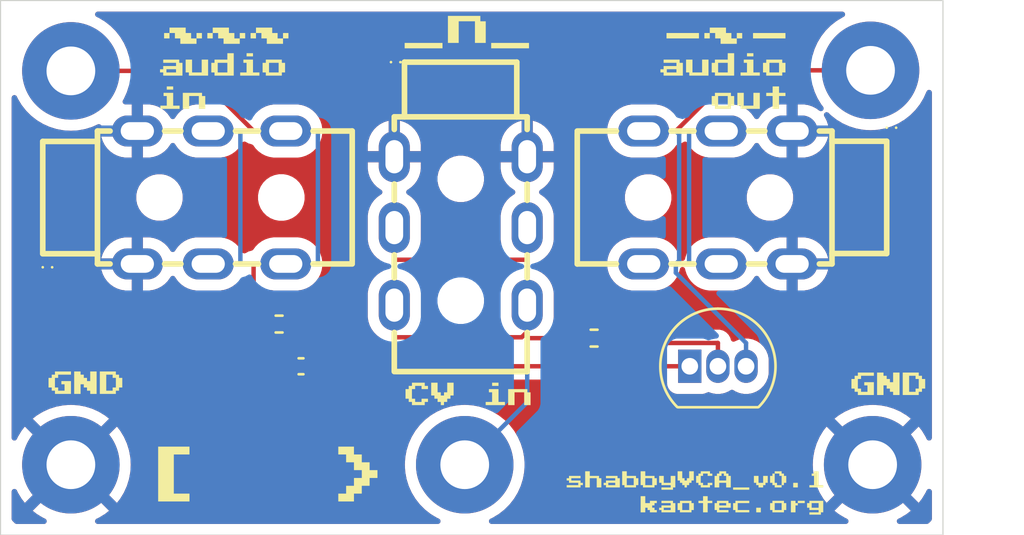
<source format=kicad_pcb>
(kicad_pcb (version 20240108) (generator "pcbnew") (generator_version "8.0")
  (layers (0 "F.Cu" signal) (31 "B.Cu" signal) (34 "B.Paste" user) (35 "F.Paste" user) (36 "B.SilkS" user "B.Silkscreen") (37 "F.SilkS" user "F.Silkscreen") (38 "B.Mask" user) (39 "F.Mask" user) (44 "Edge.Cuts" user))
  (net 0 "")
  (net 1 "GND")
  (net 2 "Net-(C1-Pad1)")
  (net 3 "Net-(Q1-C)")
  (net 4 "Net-(H1-Pad1)")
  (net 5 "Net-(H2-Pad1)")
  (net 6 "Net-(Q1-E)")
  (net 7 "Net-(Q1-B)")
  (net 8 "unconnected-(U1-Pad2)")
  (net 9 "unconnected-(U2-Pad2)")
  (net 10 "unconnected-(U3-Pad2)")
  (footprint "Resistor_SMD:R_0402_1005Metric" (layer "F.Cu") (at 98.3 84.455)
    (property "Reference" "R1" (hide yes))
    (property "Value" "1K")
    (pad "1" smd roundrect (at -0.51 0) (size 0.54 0.64) (layers "F.Cu" "F.Paste" "F.Mask") (net 4 "Net-(H1-Pad1)"))
    (pad "2" smd roundrect (at 0.51 0) (size 0.54 0.64) (layers "F.Cu" "F.Paste" "F.Mask") (net 2 "Net-(C1-Pad1)"))
  )
  (footprint "MountingHole:MountingHole_2.2mm_M2_Pad_TopBottom" (layer "F.Cu") (at 88.9 90.805)
    (property "Reference" "H5" (hide yes))
    (property "Value" "MountingHole_Pad" (hide yes))
    (pad "1" thru_hole circle (at 0 0) (size 2.6 2.6) (drill 2.2) (layers "*.Cu" "*.Mask") (net 1 "GND"))
    (pad "1" connect circle (at 0 0) (size 4.4 4.4) (layers "F.Cu" "F.Mask") (net 1 "GND"))
    (pad "1" connect circle (at 0 0) (size 4.4 4.4) (layers "B.Cu" "B.Mask") (net 1 "GND"))
  )
  (footprint "MountingHole:MountingHole_2.2mm_M2_Pad_TopBottom" (layer "F.Cu") (at 88.9 73.025)
    (property "Reference" "H1" (hide yes))
    (property "Value" "MountingHole_Pad" (hide yes))
    (pad "1" thru_hole circle (at 0 0) (size 2.6 2.6) (drill 2.2) (layers "*.Cu" "*.Mask") (net 4 "Net-(H1-Pad1)"))
    (pad "1" connect circle (at 0 0) (size 4.4 4.4) (layers "F.Cu" "F.Mask") (net 4 "Net-(H1-Pad1)"))
    (pad "1" connect circle (at 0 0) (size 4.4 4.4) (layers "B.Cu" "B.Mask") (net 4 "Net-(H1-Pad1)"))
  )
  (footprint "Package_TO_SOT_THT:TO-92_Inline" (layer "F.Cu") (at 116.84 86.36)
    (property "Reference" "Q1" (hide yes))
    (property "Value" "BC549")
    (pad "1" thru_hole rect (at 0 0) (size 1.05 1.5) (drill 0.75) (layers "*.Cu" "*.Mask") (net 3 "Net-(Q1-C)"))
    (pad "2" thru_hole oval (at 1.27 0) (size 1.05 1.5) (drill 0.75) (layers "*.Cu" "*.Mask") (net 7 "Net-(Q1-B)"))
    (pad "3" thru_hole oval (at 2.54 0) (size 1.05 1.5) (drill 0.75) (layers "*.Cu" "*.Mask") (net 6 "Net-(Q1-E)"))
  )
  (footprint "MountingHole:MountingHole_2.2mm_M2_Pad_TopBottom" (layer "F.Cu") (at 125.095 90.805)
    (property "Reference" "H4" (hide yes))
    (property "Value" "MountingHole_Pad" (hide yes))
    (pad "1" thru_hole circle (at 0 0) (size 2.6 2.6) (drill 2.2) (layers "*.Cu" "*.Mask") (net 1 "GND"))
    (pad "1" connect circle (at 0 0) (size 4.4 4.4) (layers "F.Cu" "F.Mask") (net 1 "GND"))
    (pad "1" connect circle (at 0 0) (size 4.4 4.4) (layers "B.Cu" "B.Mask") (net 1 "GND"))
  )
  (footprint "Resistor_SMD:R_0402_1005Metric" (layer "F.Cu") (at 112.52 85.09)
    (property "Reference" "R2" (hide yes))
    (property "Value" "100K")
    (pad "1" smd roundrect (at -0.51 0) (size 0.54 0.64) (layers "F.Cu" "F.Paste" "F.Mask") (net 5 "Net-(H2-Pad1)"))
    (pad "2" smd roundrect (at 0.51 0) (size 0.54 0.64) (layers "F.Cu" "F.Paste" "F.Mask") (net 7 "Net-(Q1-B)"))
  )
  (footprint "JLC2KiCad_lib:AUDIO-TH_PJ-313B" (layer "F.Cu") (at 118.11 78.74 180)
    (property "Reference" "U3" (hide yes))
    (property "Value" "Out" (hide yes))
    (pad "" np_thru_hole circle (at -2.350013 0 180) (size 1.6 1.6) (drill 1.6) (layers "*.Cu" "*.Mask"))
    (pad "" np_thru_hole circle (at 3.14986 0 180) (size 1.6 1.6) (drill 1.6) (layers "*.Cu" "*.Mask"))
    (pad "1" thru_hole oval (at -3.350013 -3 180) (size 2.3 1.4) (drill oval 1.5 0.8) (layers "*.Cu" "*.Mask") (net 1 "GND"))
    (pad "1" thru_hole oval (at -3.350013 3 180) (size 2.3 1.4) (drill oval 1.5 0.8) (layers "*.Cu" "*.Mask") (net 1 "GND"))
    (pad "2" thru_hole oval (at -0.150114 -3 180) (size 2.3 1.4) (drill oval 1.5 0.8) (layers "*.Cu" "*.Mask") (net 10 "unconnected-(U3-Pad2)"))
    (pad "2" thru_hole oval (at -0.150114 3 180) (size 2.3 1.4) (drill oval 1.5 0.8) (layers "*.Cu" "*.Mask") (net 10 "unconnected-(U3-Pad2)"))
    (pad "3" thru_hole oval (at 3.350013 -3 180) (size 2.3 1.4) (drill oval 1.5 0.8) (layers "*.Cu" "*.Mask") (net 6 "Net-(Q1-E)"))
    (pad "3" thru_hole oval (at 3.350013 3 180) (size 2.3 1.4) (drill oval 1.5 0.8) (layers "*.Cu" "*.Mask") (net 6 "Net-(Q1-E)"))
  )
  (footprint "Capacitor_SMD:C_0402_1005Metric" (layer "F.Cu") (at 99.29 86.36)
    (property "Reference" "C1" (hide yes))
    (property "Value" "100nF")
    (pad "1" smd roundrect (at -0.48 0) (size 0.56 0.62) (layers "F.Cu" "F.Paste" "F.Mask") (net 2 "Net-(C1-Pad1)"))
    (pad "2" smd roundrect (at 0.48 0) (size 0.56 0.62) (layers "F.Cu" "F.Paste" "F.Mask") (net 3 "Net-(Q1-C)"))
  )
  (footprint "MountingHole:MountingHole_2.2mm_M2_Pad_TopBottom" (layer "F.Cu") (at 125 73)
    (property "Reference" "H3" (hide yes))
    (property "Value" "MountingHole_Pad")
    (pad "1" thru_hole circle (at 0 0) (size 2.6 2.6) (drill 2.2) (layers "*.Cu" "*.Mask") (net 6 "Net-(Q1-E)"))
    (pad "1" connect circle (at 0 0) (size 4.4 4.4) (layers "F.Cu" "F.Mask") (net 6 "Net-(Q1-E)"))
    (pad "1" connect circle (at 0 0) (size 4.4 4.4) (layers "B.Cu" "B.Mask") (net 6 "Net-(Q1-E)"))
  )
  (footprint "JLC2KiCad_lib:AUDIO-TH_PJ-313B" (layer "F.Cu") (at 106.5 80.25 -90)
    (property "Reference" "U2" (hide yes))
    (property "Value" "CVin")
    (pad "" np_thru_hole circle (at -2.350013 0 270) (size 1.6 1.6) (drill 1.6) (layers "*.Cu" "*.Mask"))
    (pad "" np_thru_hole circle (at 3.14986 0 270) (size 1.6 1.6) (drill 1.6) (layers "*.Cu" "*.Mask"))
    (pad "1" thru_hole oval (at -3.350013 -3 270) (size 2.3 1.4) (drill oval 1.5 0.8) (layers "*.Cu" "*.Mask") (net 1 "GND"))
    (pad "1" thru_hole oval (at -3.350013 3 270) (size 2.3 1.4) (drill oval 1.5 0.8) (layers "*.Cu" "*.Mask") (net 1 "GND"))
    (pad "2" thru_hole oval (at -0.150114 -3 270) (size 2.3 1.4) (drill oval 1.5 0.8) (layers "*.Cu" "*.Mask") (net 9 "unconnected-(U2-Pad2)"))
    (pad "2" thru_hole oval (at -0.150114 3 270) (size 2.3 1.4) (drill oval 1.5 0.8) (layers "*.Cu" "*.Mask") (net 9 "unconnected-(U2-Pad2)"))
    (pad "3" thru_hole oval (at 3.350013 -3 270) (size 2.3 1.4) (drill oval 1.5 0.8) (layers "*.Cu" "*.Mask") (net 5 "Net-(H2-Pad1)"))
    (pad "3" thru_hole oval (at 3.350013 3 270) (size 2.3 1.4) (drill oval 1.5 0.8) (layers "*.Cu" "*.Mask") (net 5 "Net-(H2-Pad1)"))
  )
  (footprint "JLC2KiCad_lib:AUDIO-TH_PJ-313B" (layer "F.Cu") (at 95.2501 78.74)
    (property "Reference" "U1" (hide yes))
    (property "Value" "AUDIOin" (hide yes))
    (pad "" np_thru_hole circle (at -2.350013 0) (size 1.6 1.6) (drill 1.6) (layers "*.Cu" "*.Mask"))
    (pad "" np_thru_hole circle (at 3.14986 0) (size 1.6 1.6) (drill 1.6) (layers "*.Cu" "*.Mask"))
    (pad "1" thru_hole oval (at -3.350013 -3) (size 2.3 1.4) (drill oval 1.5 0.8) (layers "*.Cu" "*.Mask") (net 1 "GND"))
    (pad "1" thru_hole oval (at -3.350013 3) (size 2.3 1.4) (drill oval 1.5 0.8) (layers "*.Cu" "*.Mask") (net 1 "GND"))
    (pad "2" thru_hole oval (at -0.150114 -3) (size 2.3 1.4) (drill oval 1.5 0.8) (layers "*.Cu" "*.Mask") (net 8 "unconnected-(U1-Pad2)"))
    (pad "2" thru_hole oval (at -0.150114 3) (size 2.3 1.4) (drill oval 1.5 0.8) (layers "*.Cu" "*.Mask") (net 8 "unconnected-(U1-Pad2)"))
    (pad "3" thru_hole oval (at 3.350013 -3) (size 2.3 1.4) (drill oval 1.5 0.8) (layers "*.Cu" "*.Mask") (net 4 "Net-(H1-Pad1)"))
    (pad "3" thru_hole oval (at 3.350013 3) (size 2.3 1.4) (drill oval 1.5 0.8) (layers "*.Cu" "*.Mask") (net 4 "Net-(H1-Pad1)"))
  )
  (footprint "MountingHole:MountingHole_2.2mm_M2_Pad_TopBottom" (layer "F.Cu") (at 106.68 90.805)
    (property "Reference" "H2" (hide yes))
    (property "Value" "MountingHole_Pad" (hide yes))
    (pad "1" thru_hole circle (at 0 0) (size 2.6 2.6) (drill 2.2) (layers "*.Cu" "*.Mask") (net 5 "Net-(H2-Pad1)"))
    (pad "1" connect circle (at 0 0) (size 4.4 4.4) (layers "F.Cu" "F.Mask") (net 5 "Net-(H2-Pad1)"))
    (pad "1" connect circle (at 0 0) (size 4.4 4.4) (layers "B.Cu" "B.Mask") (net 5 "Net-(H2-Pad1)"))
  )
  (footprint "kaotec:logosmall" (layer "F.Cu") (at 97.374287 92.641793)
    (property "Reference" "REF**" (hide yes))
    (property "Value" "logosmall" (hide yes))
    (fp_poly (pts (xy -0.645 -0.178566) (xy -2.059288 -0.178566) (xy -2.059288 -0.532132) (xy -1.352147 -0.532132) (xy -1.352147 -2.29998) (xy -2.059288 -2.29998) (xy -2.059288 -2.653566) (xy -0.645 -2.653566)) (stroke (width -0.000001)) (fill solid) (layer "F.Cu"))
    (fp_poly (pts (xy 2.537139 -2.3) (xy 2.183568 -2.3) (xy 2.183568 -1.946435) (xy 1.829997 -1.946435) (xy 1.829997 -1.592869) (xy 1.476427 -1.592869) (xy 1.476427 -1.239303) (xy 1.829997 -1.239303) (xy 1.829997 -0.885738) (xy 2.183568 -0.885738) (xy 2.183568 -0.532172) (xy 2.537139 -0.532172) (xy 2.537139 -0.178606) (xy 1.829997 -0.178606) (xy 1.829997 -0.532172) (xy 1.476427 -0.532172) (xy 1.476427 -0.885738) (xy 1.122856 -0.885738) (xy 1.122856 -1.239303) (xy 0.769285 -1.239303) (xy 0.769285 -1.592869) (xy 1.122856 -1.592869) (xy 1.122856 -1.946435) (xy 1.476427 -1.946435) (xy 1.476427 -2.3) (xy 1.829997 -2.3) (xy 1.829997 -2.653566) (xy 2.537139 -2.653566)) (stroke (width -0.000001)) (fill solid) (layer "F.Cu"))
  )
  (gr_poly (pts (xy 117.75214 91.204341) (xy 117.85648 91.204341) (xy 117.85648 91.308681) (xy 117.647782 91.308681) (xy 117.647782 91.204341) (xy 117.439099 91.204341) (xy 117.439099 91.308681) (xy 117.334759 91.308681) (xy 117.334759 91.621713) (xy 117.439099 91.621713) (xy 117.439099 91.726053) (xy 117.647786 91.726053) (xy 117.647786 91.621713) (xy 117.856472 91.621713) (xy 117.856472 91.726053) (xy 117.752133 91.726053) (xy 117.752133 91.830392) (xy 117.334755 91.830392) (xy 117.334755 91.726053) (xy 117.230416 91.726053) (xy 117.230416 91.621713) (xy 117.126076 91.621713) (xy 117.126076 91.308681) (xy 117.230416 91.308681) (xy 117.230416 91.204341) (xy 117.334755 91.204341) (xy 117.334759 91.152171) (xy 117.334759 91.100002) (xy 117.75214 91.100002)) (stroke (width -0.000001)) (fill solid) (layer "F.SilkS"))
  (gr_poly (pts (xy 118.482548 91.204341) (xy 118.586888 91.204341) (xy 118.586888 91.308681) (xy 118.691227 91.308681) (xy 118.691227 91.830402) (xy 118.482544 91.830402) (xy 118.482544 91.621713) (xy 118.16951 91.621713) (xy 118.16951 91.830402) (xy 117.96082 91.830402) (xy 117.96082 91.308685) (xy 118.169525 91.308685) (xy 118.169525 91.517373) (xy 118.48256 91.517373) (xy 118.48256 91.308685) (xy 118.37822 91.308685) (xy 118.378205 91.256515) (xy 118.378205 91.204345) (xy 118.273865 91.204345) (xy 118.273865 91.308685) (xy 118.169525 91.308685) (xy 117.96082 91.308685) (xy 117.96082 91.308681) (xy 118.065159 91.308681) (xy 118.065159 91.204341) (xy 118.169499 91.204341) (xy 118.169514 91.152171) (xy 118.169514 91.100002) (xy 118.482548 91.100002)) (stroke (width -0.000001)) (fill solid) (layer "F.SilkS"))
  (gr_poly (pts (xy 109.508004 87.535461) (xy 109.652764 87.535461) (xy 109.652764 88.114477) (xy 109.363257 88.114477) (xy 109.363257 87.535461) (xy 108.928995 87.535461) (xy 108.928995 88.114477) (xy 108.639487 88.114477) (xy 108.639481 87.752584) (xy 108.639481 87.390701) (xy 109.508004 87.390701)) (stroke (width -0.000001)) (fill solid) (layer "F.SilkS"))
  (gr_poly (pts (xy 94.82126 74.160265) (xy 94.96602 74.160265) (xy 94.96602 74.739279) (xy 94.676505 74.739279) (xy 94.676505 74.160264) (xy 94.242244 74.160264) (xy 94.242244 74.739279) (xy 93.952735 74.739279) (xy 93.952737 74.377395) (xy 93.952737 74.01551) (xy 94.82126 74.01551)) (stroke (width -0.000001)) (fill solid) (layer "F.SilkS"))
  (gr_poly (pts (xy 97.988826 71.315323) (xy 98.232886 71.315323) (xy 98.232886 71.559385) (xy 98.476948 71.559385) (xy 98.476948 71.315323) (xy 98.721009 71.315323) (xy 98.721009 71.559385) (xy 98.47695 71.559385) (xy 98.47695 71.803448) (xy 97.744764 71.803448) (xy 97.744764 71.559385) (xy 97.500701 71.559385) (xy 97.500701 71.315323) (xy 97.256639 71.315323) (xy 97.256639 71.07126) (xy 97.988826 71.07126)) (stroke (width -0.000001)) (fill solid) (layer "F.SilkS"))
  (gr_poly (pts (xy 116.961342 73.095177) (xy 117.395604 73.095177) (xy 117.395604 72.516162) (xy 117.685109 72.516162) (xy 117.685109 73.23993) (xy 116.816586 73.23993) (xy 116.816586 73.095177) (xy 116.671826 73.095177) (xy 116.671837 72.805669) (xy 116.671837 72.516162) (xy 116.961342 72.516162)) (stroke (width -0.000001)) (fill solid) (layer "F.SilkS"))
  (gr_poly (pts (xy 116.082619 92.537391) (xy 116.186959 92.537391) (xy 116.186959 92.954768) (xy 115.560891 92.954768) (xy 115.560891 92.850429) (xy 115.456551 92.850429) (xy 115.456551 92.850425) (xy 115.665242 92.850425) (xy 115.978276 92.850425) (xy 115.978276 92.746085) (xy 115.665242 92.746085) (xy 115.665242 92.850425) (xy 115.456551 92.850425) (xy 115.456551 92.746089) (xy 115.560891 92.746089) (xy 115.560891 92.64175) (xy 115.978272 92.64175) (xy 115.978272 92.53741) (xy 115.560891 92.53741) (xy 115.560898 92.485221) (xy 115.560898 92.433051) (xy 116.082619 92.433051)) (stroke (width -0.000001)) (fill solid) (layer "F.SilkS"))
  (gr_poly (pts (xy 103.776001 72.60066) (xy 103.777479 72.600769) (xy 103.778944 72.600951) (xy 103.780394 72.601204) (xy 103.781826 72.601527) (xy 103.783239 72.601919) (xy 103.784629 72.602379) (xy 103.785994 72.602906) (xy 103.787332 72.603499) (xy 103.788641 72.604157) (xy 103.789916 72.604878) (xy 103.791158 72.605663) (xy 103.792362 72.606509) (xy 103.793526 72.607416) (xy 103.794649 72.608383) (xy 103.795727 72.609409) (xy 103.796753 72.610487) (xy 103.79772 72.61161) (xy 103.798627 72.612774) (xy 103.799474 72.613978) (xy 103.800258 72.61522) (xy 103.80098 72.616496) (xy 103.801638 72.617804) (xy 103.802231 72.619142) (xy 103.802758 72.620507) (xy 103.803218 72.621898) (xy 103.80361 72.62331) (xy 103.803933 72.624743) (xy 103.804186 72.626193) (xy 103.804367 72.627658) (xy 103.804477 72.629135) (xy 103.804514 72.630623) (xy 103.804477 72.63211) (xy 103.804367 72.633588) (xy 103.804186 72.635053) (xy 103.803933 72.636503) (xy 103.80361 72.637935) (xy 103.803218 72.639348) (xy 103.802758 72.640738) (xy 103.802231 72.642103) (xy 103.801638 72.643441) (xy 103.80098 72.64475) (xy 103.800258 72.646026) (xy 103.799474 72.647267) (xy 103.798627 72.648471) (xy 103.79772 72.649636) (xy 103.796753 72.650758) (xy 103.795727 72.651836) (xy 103.794649 72.652862) (xy 103.793526 72.653829) (xy 103.792362 72.654736) (xy 103.791158 72.655583) (xy 103.789916 72.656367) (xy 103.788641 72.657089) (xy 103.787332 72.657747) (xy 103.785994 72.658339) (xy 103.784629 72.658866) (xy 103.783239 72.659326) (xy 103.781826 72.659718) (xy 103.780394 72.660041) (xy 103.778944 72.660294) (xy 103.777479 72.660476) (xy 103.776001 72.660586) (xy 103.774514 72.660623) (xy 103.773026 72.660586) (xy 103.771548 72.660476) (xy 103.770083 72.660294) (xy 103.768633 72.660041) (xy 103.767201 72.659718) (xy 103.765788 72.659326) (xy 103.764398 72.658866) (xy 103.763033 72.658339) (xy 103.761695 72.657747) (xy 103.760387 72.657089) (xy 103.759111 72.656367) (xy 103.757869 72.655583) (xy 103.756665 72.654736) (xy 103.755501 72.653829) (xy 103.754378 72.652862) (xy 103.7533 72.651836) (xy 103.752274 72.650758) (xy 103.751307 72.649636) (xy 103.7504 72.648471) (xy 103.749553 72.647267) (xy 103.748769 72.646026) (xy 103.748047 72.64475) (xy 103.747389 72.643441) (xy 103.746796 72.642103) (xy 103.74627 72.640738) (xy 103.74581 72.639348) (xy 103.745418 72.637935) (xy 103.745095 72.636503) (xy 103.744842 72.635053) (xy 103.74466 72.633588) (xy 103.74455 72.63211) (xy 103.744513 72.630623) (xy 103.74455 72.629135) (xy 103.74466 72.627658) (xy 103.744842 72.626193) (xy 103.745095 72.624743) (xy 103.745418 72.62331) (xy 103.74581 72.621898) (xy 103.74627 72.620507) (xy 103.746796 72.619142) (xy 103.747389 72.617804) (xy 103.748047 72.616496) (xy 103.748769 72.61522) (xy 103.749553 72.613978) (xy 103.7504 72.612774) (xy 103.751307 72.61161) (xy 103.752274 72.610487) (xy 103.7533 72.609409) (xy 103.754378 72.608383) (xy 103.755501 72.607416) (xy 103.756665 72.606509) (xy 103.757869 72.605663) (xy 103.759111 72.604878) (xy 103.760387 72.604157) (xy 103.761695 72.603499) (xy 103.763033 72.602906) (xy 103.764398 72.602379) (xy 103.765788 72.601919) (xy 103.767201 72.601527) (xy 103.768633 72.601204) (xy 103.770083 72.600951) (xy 103.771548 72.600769) (xy 103.773026 72.60066) (xy 103.774514 72.600623)) (stroke (width 0.059999)) (fill solid) (layer "F.SilkS"))
  (gr_poly (pts (xy 116.917374 92.537391) (xy 117.021714 92.537391) (xy 117.021714 92.850425) (xy 116.917374 92.850425) (xy 116.917374 92.954765) (xy 116.395653 92.954765) (xy 116.395653 92.850427) (xy 116.499997 92.850427) (xy 116.813031 92.850427) (xy 116.813031 92.537393) (xy 116.499997 92.537393) (xy 116.499997 92.850427) (xy 116.395653 92.850427) (xy 116.395653 92.850425) (xy 116.291313 92.850425) (xy 116.291313 92.537391) (xy 116.395653 92.537391) (xy 116.395653 92.433051) (xy 116.917374 92.433051)) (stroke (width -0.000001)) (fill solid) (layer "F.SilkS"))
  (gr_poly (pts (xy 117.2542 71.559385) (xy 115.789826 71.559385) (xy 115.789826 71.315323) (xy 117.2542 71.315323)) (stroke (width -0.000001)) (fill solid) (layer "F.SilkS"))
  (gr_poly (pts (xy 116.5 91.413032) (xy 116.60434 91.413032) (xy 116.60434 91.517371) (xy 116.70868 91.517371) (xy 116.70868 91.413032) (xy 116.813019 91.413032) (xy 116.813019 91.1) (xy 117.021706 91.1) (xy 117.021706 91.517377) (xy 116.917366 91.517377) (xy 116.917366 91.621717) (xy 116.813027 91.621717) (xy 116.813027 91.726056) (xy 116.708687 91.726056) (xy 116.708687 91.830396) (xy 116.604348 91.830396) (xy 116.604348 91.726056) (xy 116.500008 91.726056) (xy 116.500008 91.621717) (xy 116.395668 91.621717) (xy 116.395668 91.517377) (xy 116.291329 91.517377) (xy 116.291313 91.308688) (xy 116.291313 91.1) (xy 116.5 91.1)) (stroke (width -0.000001)) (fill solid) (layer "F.SilkS"))
  (gr_poly (pts (xy 96.768514 71.559385) (xy 96.524452 71.559385) (xy 96.524452 71.315323) (xy 96.768514 71.315323)) (stroke (width -0.000001)) (fill solid) (layer "F.SilkS"))
  (gr_poly (pts (xy 95.304139 71.559385) (xy 95.060076 71.559385) (xy 95.060076 71.315323) (xy 95.304139 71.315323)) (stroke (width -0.000001)) (fill solid) (layer "F.SilkS"))
  (gr_poly (pts (xy 93.518476 73.870757) (xy 93.228967 73.870757) (xy 93.228967 73.726003) (xy 93.518476 73.726003)) (stroke (width -0.000001)) (fill solid) (layer "F.SilkS"))
  (gr_poly (pts (xy 112.326218 91.308688) (xy 112.743595 91.308688) (xy 112.743595 91.413028) (xy 112.847935 91.413028) (xy 112.847935 91.830406) (xy 112.639246 91.830406) (xy 112.639246 91.413028) (xy 112.326212 91.413028) (xy 112.326212 91.830406) (xy 112.117529 91.830406) (xy 112.117529 91.1) (xy 112.326218 91.1)) (stroke (width -0.000001)) (fill solid) (layer "F.SilkS"))
  (gr_poly (pts (xy 119.525997 91.934753) (xy 118.795582 91.934753) (xy 118.795582 91.830413) (xy 119.525997 91.830413)) (stroke (width -0.000001)) (fill solid) (layer "F.SilkS"))
  (gr_poly (pts (xy 97.121339 72.371408) (xy 96.831832 72.371408) (xy 96.831832 72.226654) (xy 97.121339 72.226654)) (stroke (width -0.000001)) (fill solid) (layer "F.SilkS"))
  (gr_poly (pts (xy 107.385149 70.786156) (xy 107.629214 70.786156) (xy 107.629214 71.762406) (xy 107.141089 71.762406) (xy 107.141089 70.786156) (xy 106.4089 70.786156) (xy 106.4089 71.762406) (xy 105.920775 71.762406) (xy 105.920775 70.542094) (xy 107.385149 70.542094)) (stroke (width -0.000001)) (fill solid) (layer "F.SilkS"))
  (gr_poly (pts (xy 121.717228 91.830409) (xy 121.508541 91.830409) (xy 121.508541 91.621721) (xy 121.717228 91.621721)) (stroke (width -0.000001)) (fill solid) (layer "F.SilkS"))
  (gr_poly (pts (xy 118.474514 71.315323) (xy 118.718579 71.315323) (xy 118.718579 71.559385) (xy 118.962639 71.559385) (xy 118.962639 71.803448) (xy 118.23045 71.803448) (xy 118.23045 71.559385) (xy 117.986389 71.559385) (xy 117.986389 71.315323) (xy 117.742329 71.315323) (xy 117.742325 71.193292) (xy 117.742325 71.07126) (xy 118.474514 71.07126)) (stroke (width -0.000001)) (fill solid) (layer "F.SilkS"))
  (gr_poly (pts (xy 121.091153 92.537391) (xy 121.195492 92.537391) (xy 121.195492 92.850425) (xy 121.091153 92.850425) (xy 121.091153 92.954765) (xy 120.569432 92.954765) (xy 120.569432 92.850427) (xy 120.673775 92.850427) (xy 120.986809 92.850427) (xy 120.986809 92.537393) (xy 120.673775 92.537393) (xy 120.673775 92.850427) (xy 120.569432 92.850427) (xy 120.569432 92.850425) (xy 120.465092 92.850425) (xy 120.465092 92.537391) (xy 120.569432 92.537391) (xy 120.569432 92.433051) (xy 121.091153 92.433051)) (stroke (width -0.000001)) (fill solid) (layer "F.SilkS"))
  (gr_poly (pts (xy 93.792003 72.660915) (xy 93.936763 72.660915) (xy 93.936763 73.23993) (xy 93.068239 73.23993) (xy 93.068239 73.095177) (xy 93.212987 73.095177) (xy 93.647249 73.095177) (xy 93.647249 72.950423) (xy 93.212987 72.950423) (xy 93.212987 73.095177) (xy 93.068239 73.095177) (xy 93.068239 73.095176) (xy 92.923478 73.095176) (xy 92.923478 72.950422) (xy 93.068239 72.950422) (xy 93.068239 72.805668) (xy 93.647254 72.805668) (xy 93.647254 72.660915) (xy 93.068239 72.660915) (xy 93.068233 72.588538) (xy 93.068233 72.516161) (xy 93.792003 72.516161)) (stroke (width -0.000001)) (fill solid) (layer "F.SilkS"))
  (gr_poly (pts (xy 125.150811 86.789157) (xy 124.571793 86.789157) (xy 124.571793 86.933917) (xy 124.427033 86.933917) (xy 124.427033 87.368179) (xy 124.571793 87.368179) (xy 124.571793 87.512939) (xy 124.861298 87.512939) (xy 124.861298 87.223432) (xy 124.716538 87.223432) (xy 124.716538 87.078672) (xy 125.150799 87.078672) (xy 125.150799 87.657687) (xy 124.427033 87.657687) (xy 124.427033 87.512927) (xy 124.282273 87.512927) (xy 124.282273 87.368167) (xy 124.137513 87.368167) (xy 124.137513 86.933906) (xy 124.282273 86.933906) (xy 124.282273 86.789146) (xy 124.427033 86.789146) (xy 124.42704 86.716777) (xy 124.42704 86.644397) (xy 125.150811 86.644397)) (stroke (width -0.000001)) (fill solid) (layer "F.SilkS"))
  (gr_poly (pts (xy 104.875885 87.245948) (xy 105.020645 87.245948) (xy 105.020645 87.390708) (xy 104.731139 87.390708) (xy 104.731139 87.245948) (xy 104.441624 87.245948) (xy 104.441624 87.390708) (xy 104.296864 87.390708) (xy 104.296864 87.82497) (xy 104.441624 87.82497) (xy 104.441624 87.96973) (xy 104.731133 87.96973) (xy 104.731133 87.82497) (xy 105.02064 87.82497) (xy 105.02064 87.96973) (xy 104.87588 87.96973) (xy 104.87588 88.11449) (xy 104.296864 88.11449) (xy 104.296864 87.96973) (xy 104.152104 87.96973) (xy 104.152104 87.82497) (xy 104.007344 87.82497) (xy 104.007344 87.390708) (xy 104.152104 87.390708) (xy 104.152104 87.245948) (xy 104.296864 87.245948) (xy 104.29687 87.173568) (xy 104.29687 87.101188) (xy 104.875885 87.101188)) (stroke (width -0.000001)) (fill solid) (layer "F.SilkS"))
  (gr_poly (pts (xy 114.830483 92.537393) (xy 115.03917 92.537393) (xy 115.03917 92.433053) (xy 115.352204 92.433053) (xy 115.352204 92.537393) (xy 115.247864 92.537393) (xy 115.247864 92.641733) (xy 115.143524 92.641733) (xy 115.143524 92.746072) (xy 115.247864 92.746072) (xy 115.247864 92.850412) (xy 115.352204 92.850412) (xy 115.352204 92.954751) (xy 115.03917 92.954751) (xy 115.03917 92.850412) (xy 114.93483 92.850412) (xy 114.93483 92.746072) (xy 114.83049 92.746072) (xy 114.83049 92.954761) (xy 114.621804 92.954761) (xy 114.621796 92.589567) (xy 114.621796 92.224361) (xy 114.830483 92.224361)) (stroke (width -0.000001)) (fill solid) (layer "F.SilkS"))
  (gr_poly (pts (xy 88.904255 86.739293) (xy 88.325239 86.739293) (xy 88.325239 86.884054) (xy 88.180485 86.884054) (xy 88.180485 87.318315) (xy 88.325239 87.318315) (xy 88.325239 87.463075) (xy 88.614747 87.463075) (xy 88.614747 87.173568) (xy 88.469992 87.173568) (xy 88.469992 87.028808) (xy 88.904254 87.028808) (xy 88.904254 87.607824) (xy 88.180486 87.607824) (xy 88.180486 87.463064) (xy 88.035731 87.463064) (xy 88.035731 87.318303) (xy 87.890977 87.318303) (xy 87.890977 86.884042) (xy 88.035731 86.884042) (xy 88.035731 86.739282) (xy 88.180486 86.739282) (xy 88.180486 86.594533) (xy 88.904255 86.594533)) (stroke (width -0.000001)) (fill solid) (layer "F.SilkS"))
  (gr_poly (pts (xy 121.01445 72.660915) (xy 121.159211 72.660915) (xy 121.159211 73.095177) (xy 121.01445 73.095177) (xy 121.01445 73.239931) (xy 120.29068 73.239931) (xy 120.29068 73.095177) (xy 120.435433 73.095177) (xy 120.869694 73.095177) (xy 120.869694 72.660915) (xy 120.435433 72.660915) (xy 120.435433 73.095177) (xy 120.29068 73.095177) (xy 120.14592 73.095177) (xy 120.14592 72.660915) (xy 120.29068 72.660915) (xy 120.29068 72.516162) (xy 121.01445 72.516162)) (stroke (width -0.000001)) (fill solid) (layer "F.SilkS"))
  (gr_poly (pts (xy 119.943371 91.621721) (xy 120.152058 91.621721) (xy 120.152058 91.308688) (xy 120.360745 91.308688) (xy 120.360745 91.621721) (xy 120.256405 91.621721) (xy 120.256405 91.72606) (xy 120.152066 91.72606) (xy 120.152066 91.8304) (xy 119.943379 91.8304) (xy 119.943379 91.72606) (xy 119.839039 91.72606) (xy 119.839039 91.621721) (xy 119.7347 91.621721) (xy 119.734684 91.465206) (xy 119.734684 91.308688) (xy 119.943371 91.308688)) (stroke (width -0.000001)) (fill solid) (layer "F.SilkS"))
  (gr_poly (pts (xy 94.816014 71.559385) (xy 94.571951 71.559385) (xy 94.571951 71.315323) (xy 94.816014 71.315323)) (stroke (width -0.000001)) (fill solid) (layer "F.SilkS"))
  (gr_poly (pts (xy 122.865013 92.954772) (xy 122.760674 92.954772) (xy 122.760674 93.059112) (xy 122.238953 93.059112) (xy 122.238953 92.954772) (xy 122.656334 92.954772) (xy 122.656334 92.850433) (xy 122.238953 92.850433) (xy 122.238953 92.746093) (xy 122.134613 92.746093) (xy 122.134613 92.746082) (xy 122.343289 92.746082) (xy 122.656323 92.746082) (xy 122.656323 92.537393) (xy 122.343289 92.537393) (xy 122.343289 92.746082) (xy 122.134613 92.746082) (xy 122.134613 92.537404) (xy 122.238953 92.537404) (xy 122.238945 92.485221) (xy 122.238945 92.433051) (xy 122.865013 92.433051)) (stroke (width -0.000001)) (fill solid) (layer "F.SilkS"))
  (gr_poly (pts (xy 121.159203 71.559385) (xy 119.694825 71.559385) (xy 119.694825 71.315323) (xy 121.159203 71.315323)) (stroke (width -0.000001)) (fill solid) (layer "F.SilkS"))
  (gr_poly (pts (xy 119.52599 92.537391) (xy 119.004269 92.537391) (xy 119.004269 92.850425) (xy 119.52599 92.850425) (xy 119.52599 92.954765) (xy 118.899922 92.954765) (xy 118.899922 92.850425) (xy 118.795582 92.850425) (xy 118.795582 92.537391) (xy 118.899922 92.537391) (xy 118.899922 92.433051) (xy 119.52599 92.433051)) (stroke (width -0.000001)) (fill solid) (layer "F.SilkS"))
  (gr_poly (pts (xy 125.585068 86.789161) (xy 125.729828 86.789161) (xy 125.729828 86.933921) (xy 125.874588 86.933921) (xy 125.874588 87.078681) (xy 126.019348 87.078681) (xy 126.019348 86.64442) (xy 126.308853 86.64442) (xy 126.308853 87.657695) (xy 126.019348 87.657695) (xy 126.019348 87.512935) (xy 125.874588 87.512935) (xy 125.874588 87.368175) (xy 125.729828 87.368175) (xy 125.729828 87.223415) (xy 125.585068 87.223415) (xy 125.585068 87.657676) (xy 125.295563 87.657676) (xy 125.295563 86.644401) (xy 125.585068 86.644401)) (stroke (width -0.000001)) (fill solid) (layer "F.SilkS"))
  (gr_poly (pts (xy 114.830483 91.308688) (xy 115.247864 91.308688) (xy 115.247864 91.413028) (xy 115.352204 91.413028) (xy 115.352204 91.726062) (xy 115.247864 91.726062) (xy 115.247864 91.830402) (xy 114.726143 91.830402) (xy 114.726143 91.726066) (xy 114.830487 91.726066) (xy 115.143521 91.726066) (xy 115.143521 91.413032) (xy 114.830487 91.413032) (xy 114.830487 91.726066) (xy 114.726143 91.726066) (xy 114.726143 91.726062) (xy 114.621804 91.726062) (xy 114.621796 91.413032) (xy 114.621796 91.1) (xy 114.830483 91.1)) (stroke (width -0.000001)) (fill solid) (layer "F.SilkS"))
  (gr_poly (pts (xy 117.647786 92.43305) (xy 117.856472 92.43305) (xy 117.856472 92.537389) (xy 117.647786 92.537389) (xy 117.647786 92.954767) (xy 117.439099 92.954767) (xy 117.439099 92.537389) (xy 117.230412 92.537389) (xy 117.230412 92.43305) (xy 117.439099 92.43305) (xy 117.439099 92.224361) (xy 117.647786 92.224361)) (stroke (width -0.000001)) (fill solid) (layer "F.SilkS"))
  (gr_poly (pts (xy 94.371019 73.095176) (xy 94.805278 73.095176) (xy 94.805278 72.516161) (xy 95.094787 72.516161) (xy 95.094787 73.23993) (xy 94.226264 73.23993) (xy 94.226264 73.095176) (xy 94.081504 73.095176) (xy 94.08151 72.805669) (xy 94.08151 72.516161) (xy 94.371019 72.516161)) (stroke (width -0.000001)) (fill solid) (layer "F.SilkS"))
  (gr_poly (pts (xy 118.586888 92.537391) (xy 118.691227 92.537391) (xy 118.691227 92.74608) (xy 118.169506 92.74608) (xy 118.169506 92.850419) (xy 118.586888 92.850419) (xy 118.586888 92.954759) (xy 118.065167 92.954759) (xy 118.065167 92.850419) (xy 117.960827 92.850419) (xy 117.960827 92.641736) (xy 118.16951 92.641736) (xy 118.482544 92.641736) (xy 118.482544 92.537397) (xy 118.16951 92.537397) (xy 118.16951 92.641736) (xy 117.960827 92.641736) (xy 117.960827 92.537385) (xy 118.065167 92.537385) (xy 118.065167 92.433051) (xy 118.586888 92.433051)) (stroke (width -0.000001)) (fill solid) (layer "F.SilkS"))
  (gr_poly (pts (xy 115.665242 91.621721) (xy 115.978276 91.621721) (xy 115.978276 91.308688) (xy 116.186962 91.308688) (xy 116.186962 91.830409) (xy 116.082623 91.830409) (xy 116.082623 91.934749) (xy 115.560902 91.934749) (xy 115.560902 91.830409) (xy 115.978283 91.830409) (xy 115.978283 91.72607) (xy 115.560902 91.72607) (xy 115.560902 91.62173) (xy 115.456562 91.62173) (xy 115.456555 91.465206) (xy 115.456555 91.308688) (xy 115.665242 91.308688)) (stroke (width -0.000001)) (fill solid) (layer "F.SilkS"))
  (gr_poly (pts (xy 122.656327 91.726068) (xy 122.865013 91.726068) (xy 122.865013 91.830407) (xy 122.238945 91.830407) (xy 122.238945 91.726068) (xy 122.447632 91.726068) (xy 122.447632 91.30869) (xy 122.343293 91.30869) (xy 122.343293 91.204351) (xy 122.447632 91.204351) (xy 122.44764 91.152171) (xy 122.44764 91.100002) (xy 122.656327 91.100002)) (stroke (width -0.000001)) (fill solid) (layer "F.SilkS"))
  (gr_poly (pts (xy 98.424122 72.660915) (xy 98.568882 72.660915) (xy 98.568882 73.095177) (xy 98.424122 73.095177) (xy 98.424122 73.23993) (xy 97.700353 73.23993) (xy 97.700353 73.095177) (xy 97.845107 73.095177) (xy 98.279368 73.095177) (xy 98.279368 72.660915) (xy 97.845107 72.660915) (xy 97.845107 73.095177) (xy 97.700353 73.095177) (xy 97.555593 73.095177) (xy 97.555593 72.660915) (xy 97.700353 72.660915) (xy 97.700353 72.516161) (xy 98.424122 72.516161)) (stroke (width -0.000001)) (fill solid) (layer "F.SilkS"))
  (gr_poly (pts (xy 120.86969 74.01551) (xy 121.159195 74.01551) (xy 121.159195 74.160265) (xy 120.869694 74.160265) (xy 120.869694 74.73928) (xy 120.580185 74.73928) (xy 120.580185 74.160265) (xy 120.29068 74.160265) (xy 120.29068 74.01551) (xy 120.580185 74.01551) (xy 120.580185 73.726003) (xy 120.86969 73.726003)) (stroke (width -0.000001)) (fill solid) (layer "F.SilkS"))
  (gr_poly (pts (xy 108.20522 87.969714) (xy 108.494727 87.969714) (xy 108.494727 88.114475) (xy 107.626204 88.114475) (xy 107.626204 87.969714) (xy 107.915711 87.969714) (xy 107.915711 87.535453) (xy 107.770951 87.535453) (xy 107.770958 87.463079) (xy 107.770958 87.390699) (xy 108.20522 87.390699)) (stroke (width -0.000001)) (fill solid) (layer "F.SilkS"))
  (gr_poly (pts (xy 93.351638 71.559385) (xy 93.107577 71.559385) (xy 93.107577 71.315323) (xy 93.351638 71.315323)) (stroke (width -0.000001)) (fill solid) (layer "F.SilkS"))
  (gr_poly (pts (xy 97.256638 71.559385) (xy 97.012576 71.559385) (xy 97.012576 71.315323) (xy 97.256638 71.315323)) (stroke (width -0.000001)) (fill solid) (layer "F.SilkS"))
  (gr_poly (pts (xy 94.083825 71.315323) (xy 94.327888 71.315323) (xy 94.327888 71.559385) (xy 94.571951 71.559385) (xy 94.571951 71.803448) (xy 93.839763 71.803448) (xy 93.839763 71.559385) (xy 93.595702 71.559385) (xy 93.595702 71.315323) (xy 93.351639 71.315323) (xy 93.351638 71.193292) (xy 93.351638 71.07126) (xy 94.083825 71.07126)) (stroke (width -0.000001)) (fill solid) (layer "F.SilkS"))
  (gr_poly (pts (xy 105.676714 72.006469) (xy 103.968275 72.006469) (xy 103.968275 71.762406) (xy 105.676714 71.762406)) (stroke (width -0.000001)) (fill solid) (layer "F.SilkS"))
  (gr_poly (pts (xy 90.930806 86.739299) (xy 91.075561 86.739299) (xy 91.075561 86.884059) (xy 91.220314 86.884059) (xy 91.220314 87.318321) (xy 91.07556 87.318321) (xy 91.07556 87.463081) (xy 90.930806 87.463081) (xy 90.930806 87.607841) (xy 90.207037 87.607841) (xy 90.207038 87.463054) (xy 90.496545 87.463054) (xy 90.786052 87.463054) (xy 90.786052 87.318294) (xy 90.930806 87.318294) (xy 90.930806 86.884033) (xy 90.786052 86.884033) (xy 90.786053 86.811666) (xy 90.786053 86.739286) (xy 90.496545 86.739286) (xy 90.496545 87.463054) (xy 90.207038 87.463054) (xy 90.207038 87.101175) (xy 90.207038 86.594539) (xy 90.930806 86.594539)) (stroke (width -0.000001)) (fill solid) (layer "F.SilkS"))
  (gr_poly (pts (xy 111.908839 91.41303) (xy 111.491461 91.41303) (xy 111.491461 91.51737) (xy 111.908839 91.51737) (xy 111.908839 91.621709) (xy 112.013178 91.621709) (xy 112.013178 91.726049) (xy 111.908839 91.726049) (xy 111.908839 91.830388) (xy 111.282772 91.830388) (xy 111.282772 91.726049) (xy 111.804495 91.726049) (xy 111.804495 91.621709) (xy 111.387118 91.621709) (xy 111.387118 91.51737) (xy 111.282778 91.51737) (xy 111.282778 91.41303) (xy 111.387118 91.41303) (xy 111.387118 91.30869) (xy 111.908839 91.30869)) (stroke (width -0.000001)) (fill solid) (layer "F.SilkS"))
  (gr_poly (pts (xy 105.454899 87.535453) (xy 105.599659 87.535453) (xy 105.599659 87.680213) (xy 105.744419 87.680213) (xy 105.744419 87.535453) (xy 105.88918 87.535453) (xy 105.88918 87.101192) (xy 106.178686 87.101192) (xy 106.178686 87.680208) (xy 106.033926 87.680208) (xy 106.033926 87.824968) (xy 105.889166 87.824968) (xy 105.889166 87.969728) (xy 105.744406 87.969728) (xy 105.744406 88.114488) (xy 105.599646 88.114488) (xy 105.599646 87.969728) (xy 105.454886 87.969728) (xy 105.454886 87.824968) (xy 105.310126 87.824968) (xy 105.310126 87.680208) (xy 105.165366 87.680208) (xy 105.165392 87.390699) (xy 105.165392 87.101192) (xy 105.454899 87.101192)) (stroke (width -0.000001)) (fill solid) (layer "F.SilkS"))
  (gr_poly (pts (xy 88.056058 81.860761) (xy 88.057582 81.860877) (xy 88.059083 81.861068) (xy 88.060561 81.861331) (xy 88.062012 81.861666) (xy 88.063436 81.862071) (xy 88.06483 81.862542) (xy 88.066192 81.863079) (xy 88.067521 81.86368) (xy 88.068815 81.864343) (xy 88.070071 81.865065) (xy 88.071288 81.865845) (xy 88.072465 81.866682) (xy 88.073598 81.867572) (xy 88.074687 81.868515) (xy 88.075728 81.869509) (xy 88.076722 81.870551) (xy 88.077665 81.871639) (xy 88.078555 81.872772) (xy 88.079392 81.873949) (xy 88.080172 81.875166) (xy 88.080895 81.876422) (xy 88.081557 81.877716) (xy 88.082158 81.879044) (xy 88.082695 81.880407) (xy 88.083167 81.881801) (xy 88.083571 81.883224) (xy 88.083906 81.884676) (xy 88.08417 81.886153) (xy 88.084361 81.887654) (xy 88.084476 81.889178) (xy 88.084515 81.890722) (xy 88.084476 81.892265) (xy 88.08436 81.893789) (xy 88.084169 81.89529) (xy 88.083906 81.896768) (xy 88.083571 81.898219) (xy 88.083166 81.899643) (xy 88.082695 81.901036) (xy 88.082158 81.902399) (xy 88.081557 81.903728) (xy 88.080894 81.905021) (xy 88.080172 81.906277) (xy 88.079392 81.907495) (xy 88.078555 81.908671) (xy 88.077665 81.909804) (xy 88.076722 81.910893) (xy 88.075729 81.911935) (xy 88.074687 81.912928) (xy 88.073598 81.913871) (xy 88.072465 81.914761) (xy 88.071289 81.915598) (xy 88.070071 81.916378) (xy 88.068815 81.917101) (xy 88.067522 81.917763) (xy 88.066193 81.918364) (xy 88.06483 81.918901) (xy 88.063436 81.919373) (xy 88.062013 81.919777) (xy 88.060561 81.920112) (xy 88.059084 81.920376) (xy 88.057583 81.920566) (xy 88.056059 81.920682) (xy 88.054515 81.920721) (xy 88.052971 81.920682) (xy 88.051448 81.920566) (xy 88.049946 81.920376) (xy 88.048469 81.920112) (xy 88.047017 81.919777) (xy 88.045594 81.919373) (xy 88.0442 81.918901) (xy 88.042837 81.918364) (xy 88.041508 81.917763) (xy 88.040215 81.917101) (xy 88.038958 81.916378) (xy 88.037741 81.915598) (xy 88.036565 81.914761) (xy 88.035432 81.913871) (xy 88.034343 81.912928) (xy 88.033301 81.911935) (xy 88.032308 81.910893) (xy 88.031365 81.909804) (xy 88.030474 81.908671) (xy 88.029638 81.907495) (xy 88.028857 81.906277) (xy 88.028135 81.905021) (xy 88.027472 81.903728) (xy 88.026872 81.902399) (xy 88.026334 81.901036) (xy 88.025863 81.899643) (xy 88.025459 81.898219) (xy 88.025124 81.896768) (xy 88.02486 81.89529) (xy 88.024669 81.893789) (xy 88.024553 81.892265) (xy 88.024514 81.890722) (xy 88.024553 81.889178) (xy 88.024669 81.887654) (xy 88.02486 81.886153) (xy 88.025124 81.884676) (xy 88.025459 81.883224) (xy 88.025863 81.881801) (xy 88.026334 81.880407) (xy 88.026872 81.879044) (xy 88.027472 81.877716) (xy 88.028135 81.876422) (xy 88.028857 81.875166) (xy 88.029638 81.873949) (xy 88.030474 81.872772) (xy 88.031365 81.871639) (xy 88.032308 81.870551) (xy 88.033301 81.869509) (xy 88.034343 81.868515) (xy 88.035431 81.867572) (xy 88.036565 81.866682) (xy 88.037741 81.865845) (xy 88.038958 81.865065) (xy 88.040214 81.864343) (xy 88.041508 81.86368) (xy 88.042837 81.863079) (xy 88.044199 81.862542) (xy 88.045593 81.862071) (xy 88.047017 81.861666) (xy 88.048468 81.861331) (xy 88.049946 81.861068) (xy 88.051447 81.860877) (xy 88.05297 81.860761) (xy 88.054514 81.860722)) (stroke (width 0.059999)) (fill none) (layer "F.SilkS"))
  (gr_poly (pts (xy 119.711666 73.095177) (xy 120.001171 73.095177) (xy 120.001171 73.239931) (xy 119.132649 73.239931) (xy 119.132649 73.095177) (xy 119.422154 73.095177) (xy 119.422154 72.660915) (xy 119.277394 72.660915) (xy 119.277405 72.588539) (xy 119.277405 72.516162) (xy 119.711666 72.516162)) (stroke (width -0.000001)) (fill solid) (layer "F.SilkS"))
  (gr_poly (pts (xy 126.156157 75.560761) (xy 126.157681 75.560877) (xy 126.159182 75.561068) (xy 126.160659 75.561332) (xy 126.162111 75.561667) (xy 126.163534 75.562071) (xy 126.164928 75.562543) (xy 126.16629 75.56308) (xy 126.167619 75.563681) (xy 126.168913 75.564343) (xy 126.170169 75.565066) (xy 126.171386 75.565846) (xy 126.172562 75.566683) (xy 126.173696 75.567573) (xy 126.174784 75.568516) (xy 126.175826 75.569509) (xy 126.176819 75.570551) (xy 126.177762 75.57164) (xy 126.178653 75.572773) (xy 126.179489 75.573949) (xy 126.180269 75.575167) (xy 126.180992 75.576423) (xy 126.181654 75.577716) (xy 126.182255 75.579045) (xy 126.182792 75.580408) (xy 126.183264 75.581801) (xy 126.183668 75.583225) (xy 126.184003 75.584676) (xy 126.184267 75.586154) (xy 126.184458 75.587655) (xy 126.184574 75.589179) (xy 126.184613 75.590722) (xy 126.184574 75.592266) (xy 126.184458 75.59379) (xy 126.184267 75.595291) (xy 126.184003 75.596768) (xy 126.183668 75.59822) (xy 126.183264 75.599643) (xy 126.182792 75.601037) (xy 126.182255 75.6024) (xy 126.181654 75.603728) (xy 126.180992 75.605022) (xy 126.180269 75.606278) (xy 126.179489 75.607495) (xy 126.178653 75.608672) (xy 126.177762 75.609805) (xy 126.176819 75.610893) (xy 126.175826 75.611935) (xy 126.174784 75.612929) (xy 126.173696 75.613872) (xy 126.172562 75.614762) (xy 126.171386 75.615599) (xy 126.170169 75.616379) (xy 126.168913 75.617101) (xy 126.167619 75.617764) (xy 126.16629 75.618365) (xy 126.164928 75.618902) (xy 126.163534 75.619374) (xy 126.162111 75.619778) (xy 126.160659 75.620113) (xy 126.159182 75.620377) (xy 126.157681 75.620568) (xy 126.156157 75.620684) (xy 126.154614 75.620723) (xy 126.15307 75.620684) (xy 126.151547 75.620568) (xy 126.150045 75.620377) (xy 126.148568 75.620113) (xy 126.147117 75.619778) (xy 126.145693 75.619374) (xy 126.144299 75.618902) (xy 126.142937 75.618365) (xy 126.141608 75.617764) (xy 126.140315 75.617101) (xy 126.139059 75.616379) (xy 126.137841 75.615599) (xy 126.136665 75.614762) (xy 126.135532 75.613872) (xy 126.134444 75.612929) (xy 126.133402 75.611935) (xy 126.132408 75.610893) (xy 126.131466 75.609805) (xy 126.130575 75.608672) (xy 126.129739 75.607495) (xy 126.128958 75.606278) (xy 126.128236 75.605022) (xy 126.127573 75.603728) (xy 126.126973 75.6024) (xy 126.126435 75.601037) (xy 126.125964 75.599643) (xy 126.12556 75.59822) (xy 126.125225 75.596768) (xy 126.124961 75.595291) (xy 126.12477 75.59379) (xy 126.124654 75.592266) (xy 126.124615 75.590722) (xy 126.124654 75.589179) (xy 126.12477 75.587655) (xy 126.124961 75.586154) (xy 126.125225 75.584676) (xy 126.12556 75.583225) (xy 126.125964 75.581801) (xy 126.126435 75.580408) (xy 126.126973 75.579045) (xy 126.127573 75.577716) (xy 126.128236 75.576423) (xy 126.128958 75.575167) (xy 126.129739 75.573949) (xy 126.130575 75.572773) (xy 126.131466 75.57164) (xy 126.132408 75.570551) (xy 126.133402 75.569509) (xy 126.134444 75.568516) (xy 126.135532 75.567573) (xy 126.136665 75.566683) (xy 126.137841 75.565846) (xy 126.139059 75.565066) (xy 126.140315 75.564343) (xy 126.141608 75.563681) (xy 126.142937 75.56308) (xy 126.144299 75.562543) (xy 126.145693 75.562071) (xy 126.147117 75.561667) (xy 126.148568 75.561332) (xy 126.150045 75.561068) (xy 126.151547 75.560877) (xy 126.15307 75.560761) (xy 126.154614 75.560722)) (stroke (width 0.059999)) (fill solid) (layer "F.SilkS"))
  (gr_poly (pts (xy 119.711663 72.371408) (xy 119.422158 72.371408) (xy 119.422158 72.226654) (xy 119.711663 72.226654)) (stroke (width -0.000001)) (fill solid) (layer "F.SilkS"))
  (gr_poly (pts (xy 89.338516 86.739299) (xy 89.48327 86.739299) (xy 89.48327 86.884059) (xy 89.628024 86.884059) (xy 89.628024 87.028819) (xy 89.772779 87.028819) (xy 89.772779 86.594558) (xy 90.062286 86.594558) (xy 90.062286 87.607833) (xy 89.772777 87.607833) (xy 89.772777 87.463073) (xy 89.628023 87.463073) (xy 89.628023 87.318313) (xy 89.483269 87.318313) (xy 89.483269 87.173553) (xy 89.338515 87.173553) (xy 89.338515 87.607814) (xy 89.049008 87.607814) (xy 89.049008 87.101175) (xy 89.049008 86.594539) (xy 89.338516 86.594539)) (stroke (width -0.000001)) (fill solid) (layer "F.SilkS"))
  (gr_poly (pts (xy 97.121337 73.095176) (xy 97.410846 73.095176) (xy 97.410846 73.23993) (xy 96.542323 73.23993) (xy 96.542323 73.095176) (xy 96.831832 73.095176) (xy 96.831832 72.660915) (xy 96.687072 72.660915) (xy 96.687078 72.588538) (xy 96.687078 72.516161) (xy 97.121337 72.516161)) (stroke (width -0.000001)) (fill solid) (layer "F.SilkS"))
  (gr_poly (pts (xy 121.612873 92.537389) (xy 121.717213 92.537389) (xy 121.717213 92.43305) (xy 122.030247 92.43305) (xy 122.030247 92.537389) (xy 121.717224 92.537389) (xy 121.717224 92.641729) (xy 121.612885 92.641729) (xy 121.612885 92.954761) (xy 121.404194 92.954761) (xy 121.404187 92.69391) (xy 121.404187 92.43305) (xy 121.612873 92.43305)) (stroke (width -0.000001)) (fill solid) (layer "F.SilkS"))
  (gr_poly (pts (xy 120.047711 92.95477) (xy 119.839024 92.95477) (xy 119.839024 92.746082) (xy 120.047711 92.746082)) (stroke (width -0.000001)) (fill solid) (layer "F.SilkS"))
  (gr_poly (pts (xy 119.277401 74.594526) (xy 119.711663 74.594526) (xy 119.711663 74.015511) (xy 120.001168 74.015511) (xy 120.001168 74.73928) (xy 119.132645 74.73928) (xy 119.132645 74.594526) (xy 118.987885 74.594526) (xy 118.987896 74.305018) (xy 118.987896 74.015511) (xy 119.277401 74.015511)) (stroke (width -0.000001)) (fill solid) (layer "F.SilkS"))
  (gr_poly (pts (xy 118.84314 73.23993) (xy 117.974617 73.23993) (xy 117.974617 73.095177) (xy 118.119374 73.095177) (xy 118.553635 73.095177) (xy 118.553635 72.660915) (xy 118.119374 72.660915) (xy 118.119374 73.095177) (xy 117.974617 73.095177) (xy 117.829857 73.095177) (xy 117.829857 72.660915) (xy 117.974617 72.660915) (xy 117.974617 72.516162) (xy 118.553635 72.516162) (xy 118.553635 72.226654) (xy 118.84314 72.226654)) (stroke (width -0.000001)) (fill solid) (layer "F.SilkS"))
  (gr_poly (pts (xy 113.995728 91.308688) (xy 114.413109 91.308688) (xy 114.413109 91.413028) (xy 114.517449 91.413028) (xy 114.517449 91.726062) (xy 114.413109 91.726062) (xy 114.413109 91.830402) (xy 113.891388 91.830402) (xy 113.891388 91.726066) (xy 113.995728 91.726066) (xy 114.308762 91.726066) (xy 114.308762 91.413032) (xy 113.995728 91.413032) (xy 113.995728 91.726066) (xy 113.891388 91.726066) (xy 113.891388 91.726062) (xy 113.787049 91.726062) (xy 113.787039 91.413032) (xy 113.787039 91.1) (xy 113.995728 91.1)) (stroke (width -0.000001)) (fill solid) (layer "F.SilkS"))
  (gr_poly (pts (xy 116.382328 72.660915) (xy 116.527088 72.660915) (xy 116.527088 73.23993) (xy 115.658566 73.23993) (xy 115.658566 73.095177) (xy 115.803307 73.095177) (xy 116.237572 73.095177) (xy 116.237572 72.950423) (xy 115.803307 72.950423) (xy 115.803307 73.095177) (xy 115.658566 73.095177) (xy 115.513806 73.095177) (xy 115.513806 72.950423) (xy 115.658566 72.950423) (xy 115.658566 72.805669) (xy 116.237583 72.805669) (xy 116.237583 72.660915) (xy 115.658566 72.660915) (xy 115.658558 72.588538) (xy 115.658558 72.516162) (xy 116.382328 72.516162)) (stroke (width -0.000001)) (fill solid) (layer "F.SilkS"))
  (gr_poly (pts (xy 113.57835 91.41303) (xy 113.68269 91.41303) (xy 113.68269 91.830407) (xy 113.056624 91.830407) (xy 113.056624 91.726068) (xy 112.952284 91.726068) (xy 112.952284 91.726064) (xy 113.160973 91.726064) (xy 113.474007 91.726064) (xy 113.474007 91.621724) (xy 113.160973 91.621724) (xy 113.160973 91.726064) (xy 112.952284 91.726064) (xy 112.952284 91.621728) (xy 113.056624 91.621728) (xy 113.056624 91.517389) (xy 113.474001 91.517389) (xy 113.474001 91.413049) (xy 113.056624 91.413049) (xy 113.05663 91.36086) (xy 113.05663 91.30869) (xy 113.57835 91.30869)) (stroke (width -0.000001)) (fill solid) (layer "F.SilkS"))
  (gr_poly (pts (xy 93.518474 74.594525) (xy 93.807983 74.594525) (xy 93.807983 74.739279) (xy 92.93946 74.739279) (xy 92.93946 74.594525) (xy 93.228967 74.594525) (xy 93.228967 74.160264) (xy 93.084207 74.160264) (xy 93.084215 74.087887) (xy 93.084215 74.01551) (xy 93.518474 74.01551)) (stroke (width -0.000001)) (fill solid) (layer "F.SilkS"))
  (gr_poly (pts (xy 117.742325 71.559385) (xy 117.498265 71.559385) (xy 117.498265 71.315323) (xy 117.742325 71.315323)) (stroke (width -0.000001)) (fill solid) (layer "F.SilkS"))
  (gr_poly (pts (xy 96.252817 73.23993) (xy 95.384294 73.23993) (xy 95.384294 73.095177) (xy 95.529048 73.095177) (xy 95.963308 73.095177) (xy 95.963308 72.660915) (xy 95.529048 72.660915) (xy 95.529048 73.095177) (xy 95.384294 73.095177) (xy 95.384294 73.095176) (xy 95.239534 73.095176) (xy 95.239534 72.660915) (xy 95.384294 72.660915) (xy 95.384294 72.516161) (xy 95.963308 72.516161) (xy 95.963308 72.226654) (xy 96.252817 72.226654)) (stroke (width -0.000001)) (fill solid) (layer "F.SilkS"))
  (gr_poly (pts (xy 108.205222 87.245948) (xy 107.915713 87.245948) (xy 107.915713 87.101188) (xy 108.205222 87.101188)) (stroke (width -0.000001)) (fill solid) (layer "F.SilkS"))
  (gr_poly (pts (xy 96.036326 71.315323) (xy 96.280388 71.315323) (xy 96.280388 71.559385) (xy 96.524452 71.559385) (xy 96.524452 71.803448) (xy 95.792263 71.803448) (xy 95.792263 71.559385) (xy 95.548201 71.559385) (xy 95.548201 71.315323) (xy 95.304139 71.315323) (xy 95.304139 71.07126) (xy 96.036326 71.07126)) (stroke (width -0.000001)) (fill solid) (layer "F.SilkS"))
  (gr_poly (pts (xy 120.986817 91.204341) (xy 121.091156 91.204341) (xy 121.091156 91.308681) (xy 121.195496 91.308681) (xy 121.195496 91.621713) (xy 121.091156 91.621713) (xy 121.091156 91.726053) (xy 120.986817 91.726053) (xy 120.986817 91.830392) (xy 120.673783 91.830392) (xy 120.673783 91.726053) (xy 120.569443 91.726053) (xy 120.569443 91.621723) (xy 120.673786 91.621723) (xy 120.778126 91.621723) (xy 120.778126 91.726062) (xy 120.986813 91.726062) (xy 120.986813 91.308685) (xy 120.882473 91.308685) (xy 120.882473 91.204345) (xy 120.673786 91.204345) (xy 120.673786 91.621723) (xy 120.569443 91.621723) (xy 120.569443 91.621713) (xy 120.465103 91.621713) (xy 120.465103 91.308681) (xy 120.569443 91.308681) (xy 120.569443 91.204341) (xy 120.673783 91.204341) (xy 120.673783 91.100002) (xy 120.986817 91.100002)) (stroke (width -0.000001)) (fill solid) (layer "F.SilkS"))
  (gr_poly (pts (xy 119.206707 71.559385) (xy 118.962643 71.559385) (xy 118.962643 71.315323) (xy 119.206707 71.315323)) (stroke (width -0.000001)) (fill solid) (layer "F.SilkS"))
  (gr_poly (pts (xy 127.177365 86.789161) (xy 127.322125 86.789161) (xy 127.322125 86.933921) (xy 127.466885 86.933921) (xy 127.466885 87.368182) (xy 127.322125 87.368182) (xy 127.322125 87.512943) (xy 127.177365 87.512943) (xy 127.177365 87.657703) (xy 126.453595 87.657703) (xy 126.453595 87.512918) (xy 126.7431 87.512918) (xy 127.032605 87.512918) (xy 127.032605 87.368158) (xy 127.177365 87.368158) (xy 127.177365 86.933896) (xy 127.032605 86.933896) (xy 127.032608 86.86153) (xy 127.032608 86.78915) (xy 126.7431 86.78915) (xy 126.7431 87.512918) (xy 126.453595 87.512918) (xy 126.453595 86.644401) (xy 127.177365 86.644401)) (stroke (width -0.000001)) (fill solid) (layer "F.SilkS"))
  (gr_poly (pts (xy 109.581713 72.006469) (xy 107.873274 72.006469) (xy 107.873274 71.762406) (xy 109.581713 71.762406)) (stroke (width -0.000001)) (fill solid) (layer "F.SilkS"))
  (gr_poly (pts (xy 118.698391 74.160265) (xy 118.843151 74.160265) (xy 118.843151 74.594526) (xy 118.698391 74.594526) (xy 118.698391 74.73928) (xy 117.974621 74.73928) (xy 117.974621 74.594526) (xy 118.119374 74.594526) (xy 118.553635 74.594526) (xy 118.553635 74.160265) (xy 118.119374 74.160265) (xy 118.119374 74.594526) (xy 117.974621 74.594526) (xy 117.829861 74.594526) (xy 117.829861 74.160265) (xy 117.974621 74.160265) (xy 117.974621 74.01551) (xy 118.698391 74.01551)) (stroke (width -0.000001)) (fill solid) (layer "F.SilkS"))
  (gr_rect (start 85.725 69.85) (end 128.27 93.98) (stroke (width 0.05)) (fill none) (layer "Edge.Cuts"))
  (segment (start 98.81 86.36) (end 98.81 84.455) (width 0.2) (layer "F.Cu") (net 2))
  (segment (start 99.77 86.36) (end 116.84 86.36) (width 0.2) (layer "F.Cu") (net 3))
  (segment (start 98.6001 75.74) (end 97.1484 75.74) (width 0.2) (layer "F.Cu") (net 4))
  (segment (start 98.6001 81.74) (end 97.1484 81.74) (width 0.2) (layer "F.Cu") (net 4))
  (segment (start 94.4334 73.025) (end 88.9 73.025) (width 0.2) (layer "F.Cu") (net 4))
  (segment (start 97.1484 75.74) (end 94.4334 73.025) (width 0.2) (layer "F.Cu") (net 4))
  (segment (start 97.1484 83.8134) (end 97.79 84.455) (width 0.2) (layer "F.Cu") (net 4))
  (segment (start 97.1484 81.74) (end 97.1484 83.8134) (width 0.2) (layer "F.Cu") (net 4))
  (segment (start 100.0518 75.74) (end 100.0518 81.74) (width 0.2) (layer "B.Cu") (net 4))
  (segment (start 98.6001 81.74) (end 100.0518 81.74) (width 0.2) (layer "B.Cu") (net 4))
  (segment (start 98.6001 75.74) (end 100.0518 75.74) (width 0.2) (layer "B.Cu") (net 4))
  (segment (start 109.5 84.8008) (end 109.5 85.0517) (width 0.2) (layer "F.Cu") (net 5))
  (segment (start 109.5 84.8008) (end 109.2491 85.0517) (width 0.2) (layer "F.Cu") (net 5))
  (segment (start 103.5 83.6) (end 103.5 85.0517) (width 0.2) (layer "F.Cu") (net 5))
  (segment (start 109.5383 85.09) (end 109.5 85.0517) (width 0.2) (layer "F.Cu") (net 5))
  (segment (start 112.01 85.09) (end 109.5383 85.09) (width 0.2) (layer "F.Cu") (net 5))
  (segment (start 109.2491 85.0517) (end 103.5 85.0517) (width 0.2) (layer "F.Cu") (net 5))
  (segment (start 109.5 83.6) (end 109.5 84.8008) (width 0.2) (layer "F.Cu") (net 5))
  (segment (start 109.5 83.6) (end 109.5 87.985) (width 0.2) (layer "B.Cu") (net 5))
  (segment (start 109.5 87.985) (end 106.68 90.805) (width 0.2) (layer "B.Cu") (net 5))
  (segment (start 114.76 75.74) (end 116.2117 75.74) (width 0.2) (layer "F.Cu") (net 6))
  (segment (start 116.2117 75.74) (end 118.9517 73) (width 0.2) (layer "F.Cu") (net 6))
  (segment (start 118.9517 73) (end 125 73) (width 0.2) (layer "F.Cu") (net 6))
  (segment (start 116.2117 81.74) (end 116.3593 81.5924) (width 0.2) (layer "B.Cu") (net 6))
  (segment (start 114.76 75.74) (end 116.2117 75.74) (width 0.2) (layer "B.Cu") (net 6))
  (segment (start 114.76 81.74) (end 116.2117 81.74) (width 0.2) (layer "B.Cu") (net 6))
  (segment (start 119.38 86.36) (end 119.38 85.3083) (width 0.2) (layer "B.Cu") (net 6))
  (segment (start 116.2117 82.14) (end 116.2117 81.74) (width 0.2) (layer "B.Cu") (net 6))
  (segment (start 116.3593 81.5924) (end 116.3593 75.8876) (width 0.2) (layer "B.Cu") (net 6))
  (segment (start 119.38 85.3083) (end 116.2117 82.14) (width 0.2) (layer "B.Cu") (net 6))
  (segment (start 116.3593 75.8876) (end 116.2117 75.74) (width 0.2) (layer "B.Cu") (net 6))
  (segment (start 113.2483 85.3083) (end 113.03 85.09) (width 0.2) (layer "F.Cu") (net 7))
  (segment (start 118.11 86.36) (end 118.11 85.3083) (width 0.2) (layer "F.Cu") (net 7))
  (segment (start 118.11 85.3083) (end 113.2483 85.3083) (width 0.2) (layer "F.Cu") (net 7))
  (segment (start 95.1 75.74) (end 96.5517 75.74) (width 0.2) (layer "B.Cu") (net 8))
  (segment (start 95.1 81.74) (end 96.5517 81.74) (width 0.2) (layer "B.Cu") (net 8))
  (segment (start 96.5517 81.74) (end 96.5517 75.74) (width 0.2) (layer "B.Cu") (net 8))
  (segment (start 109.5 80.0999) (end 109.5 81.5516) (width 0.2) (layer "F.Cu") (net 9))
  (segment (start 109.5 81.5516) (end 103.5 81.5516) (width 0.2) (layer "F.Cu") (net 9))
  (segment (start 103.5 80.0999) (end 103.5 81.5516) (width 0.2) (layer "F.Cu") (net 9))
  (segment (start 118.2601 75.74) (end 116.8084 75.74) (width 0.2) (layer "B.Cu") (net 10))
  (segment (start 116.8084 81.74) (end 116.8084 75.74) (width 0.2) (layer "B.Cu") (net 10))
  (segment (start 118.2601 81.74) (end 116.8084 81.74) (width 0.2) (layer "B.Cu") (net 10))
  (zone (net 1) (net_name "GND") (layers "F&B.Cu") (connect_pads (clearance 0.5)) (min_thickness 0.25) (fill yes (thermal_gap 0.5) (thermal_bridge_width 0.5) (smoothing fillet) (radius 2))
    (polygon (pts (xy 85.725 69.85) (xy 85.725 93.98) (xy 128.27 93.98) (xy 128.27 69.85)))
  )
)
</source>
